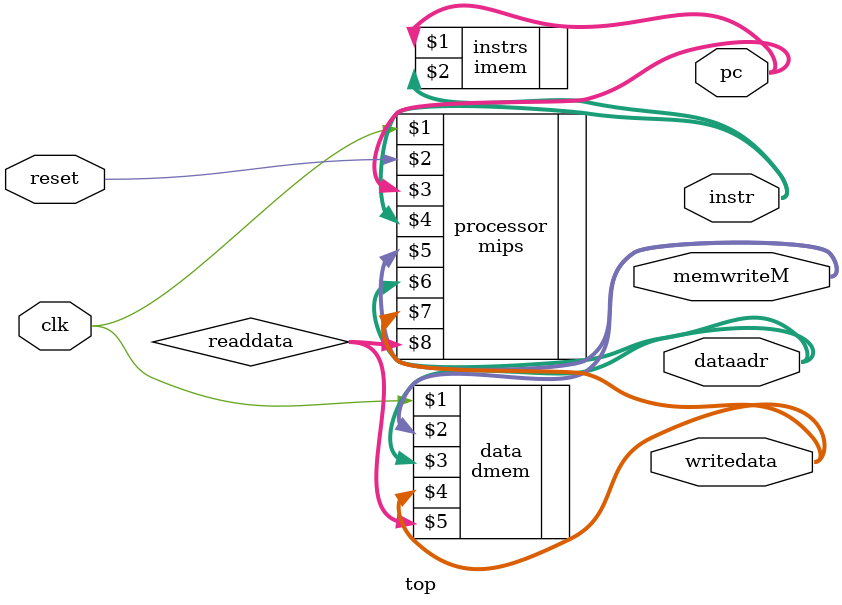
<source format=sv>
module top(input logic clk, reset,
           output logic[31:0] dataadr, writedata, instr, pc,
           output logic[1:0] memwriteM);
  
  logic[31:0] readdata;
  mips processor(clk, reset, pc, instr, memwriteM, dataadr, writedata, readdata);
  dmem data(clk, memwriteM, dataadr, writedata, readdata);
  imem instrs(pc, instr);
  
endmodule

</source>
